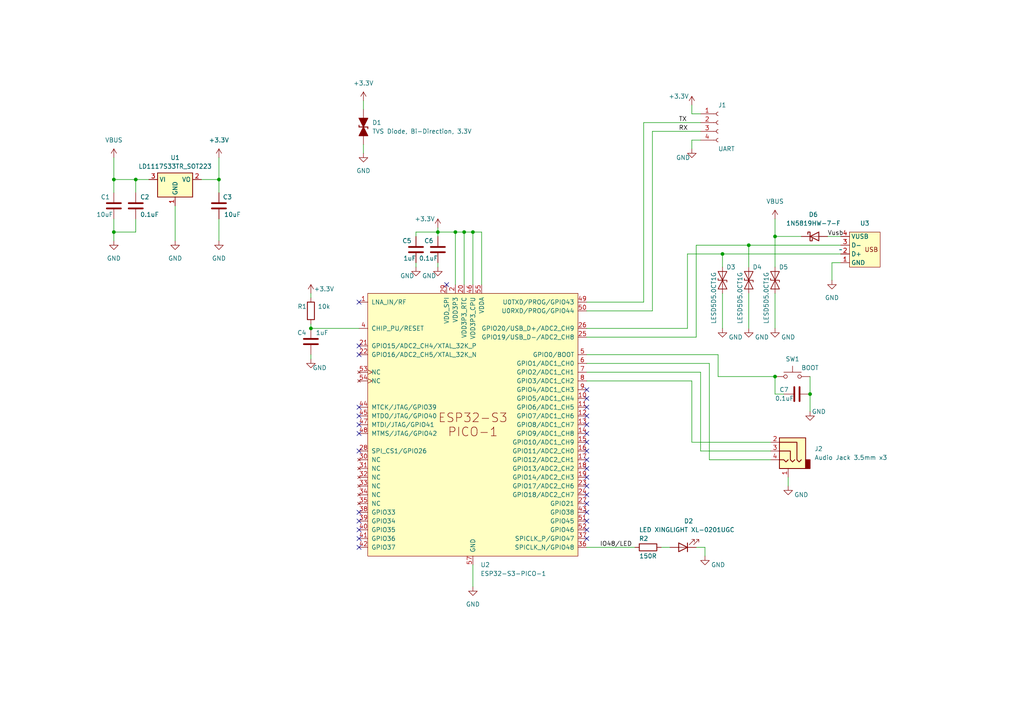
<source format=kicad_sch>
(kicad_sch (version 20230121) (generator eeschema)
  (paper "A4")
  (title_block (title "Moozy Dongle") (date "2023-10-10") (rev "1.0") (company "Author : Laurent Claude - www.Moozy.click") (comment 1 "License : Open Source Hardware - CC BY-SA 4.0"))
  (lib_symbols
    (symbol "1_Laurent_Librairie:PCB_USC-connector"
      (property "Reference" "U3" (at 6.985 -7.62 0))
      (property "Value" "~" (at 0 0 0))
      (symbol "PCB_USC-connector_1_1"
        (rectangle (start 2.54 5.08) (end 11.43 -5.08) (fill (type background)))
        (rectangle (start 8.89 0) (end 8.89 0))
        (text "USB" (at 8.89 0 0) (effects (font (size 1.27 1.27))))
        (pin power_out line (at 0 3.81 0) (length 2.54) (name "GND") (number "1"))
        (pin bidirectional line (at 0 1.27 0) (length 2.54) (name "D+") (number "2"))
        (pin bidirectional line (at 0 -1.27 0) (length 2.54) (name "D-") (number "3"))
        (pin power_out line (at 0 -3.81 0) (length 2.54) (name "VUSB") (number "4"))
      )
    )
    (symbol "1_Moozy:AudioJack3_Ground"
      (property "Reference" "J" (at 0 8.89 0))
      (property "Value" "AudioJack3_Ground" (at 0 6.35 0))
      (symbol "AudioJack3_Ground_0_1"
        (rectangle (start -5.08 -2.54) (end -6.35 -5.08) (stroke (width 0.254)) (fill (type outline)))
        (polyline (pts (xy 0 -2.54) (xy 0.635 -3.175) (xy 1.27 -2.54) (xy 2.54 -2.54)) (stroke (width 0.254)))
        (polyline (pts (xy -1.905 -2.54) (xy -1.27 -3.175) (xy -0.635 -2.54) (xy -0.635 0) (xy 2.54 0)) (stroke (width 0.254)))
        (polyline (pts (xy 2.54 2.54) (xy -2.54 2.54) (xy -2.54 -2.54) (xy -3.175 -3.175) (xy -3.81 -2.54)) (stroke (width 0.254)))
        (rectangle (start 2.54 3.81) (end -5.08 -5.08) (stroke (width 0.254)) (fill (type background)))
      )
      (symbol "AudioJack3_Ground_1_1"
        (pin passive line (at 0 -7.62 90) (length 2.54) (name "~") (number "1"))
        (pin passive line (at 5.08 2.54 180) (length 2.54) (name "~") (number "2"))
        (pin passive line (at 5.08 0 180) (length 2.54) (name "~") (number "3"))
        (pin passive line (at 5.08 -2.54 180) (length 2.54) (name "~") (number "4"))
      )
    )
    (symbol "Connector:Conn_01x04_Socket" (pin_names (offset 1.016) hide)
      (property "Reference" "J" (at 0 5.08 0))
      (property "Value" "Conn_01x04_Socket" (at 0 -7.62 0))
      (symbol "Conn_01x04_Socket_1_1"
        (arc (start 0 -4.572) (mid -0.5058 -5.08) (end 0 -5.588) (stroke (width 0.1524)))
        (arc (start 0 -2.032) (mid -0.5058 -2.54) (end 0 -3.048) (stroke (width 0.1524)))
        (polyline (pts (xy -1.27 -5.08) (xy -0.508 -5.08)) (stroke (width 0.1524)))
        (polyline (pts (xy -1.27 -2.54) (xy -0.508 -2.54)) (stroke (width 0.1524)))
        (polyline (pts (xy -1.27 0) (xy -0.508 0)) (stroke (width 0.1524)))
        (polyline (pts (xy -1.27 2.54) (xy -0.508 2.54)) (stroke (width 0.1524)))
        (arc (start 0 0.508) (mid -0.5058 0) (end 0 -0.508) (stroke (width 0.1524)))
        (arc (start 0 3.048) (mid -0.5058 2.54) (end 0 2.032) (stroke (width 0.1524)))
        (pin passive line (at -5.08 2.54 0) (length 3.81) (name "Pin_1") (number "1"))
        (pin passive line (at -5.08 0 0) (length 3.81) (name "Pin_2") (number "2"))
        (pin passive line (at -5.08 -2.54 0) (length 3.81) (name "Pin_3") (number "3"))
        (pin passive line (at -5.08 -5.08 0) (length 3.81) (name "Pin_4") (number "4"))
      )
    )
    (symbol "Device:C" (pin_numbers hide) (pin_names (offset 0.254))
      (property "Reference" "C" (at 0.635 2.54 0))
      (property "Value" "C" (at 0.635 -2.54 0))
      (symbol "C_0_1"
        (polyline (pts (xy -2.032 -0.762) (xy 2.032 -0.762)) (stroke (width 0.508)))
        (polyline (pts (xy -2.032 0.762) (xy 2.032 0.762)) (stroke (width 0.508)))
      )
      (symbol "C_1_1"
        (pin passive line (at 0 3.81 270) (length 2.794) (name "~") (number "1"))
        (pin passive line (at 0 -3.81 90) (length 2.794) (name "~") (number "2"))
      )
    )
    (symbol "Device:LED" (pin_numbers hide) (pin_names (offset 1.016) hide)
      (property "Reference" "D" (at 0 2.54 0))
      (property "Value" "LED" (at 0 -2.54 0))
      (symbol "LED_0_1"
        (polyline (pts (xy -1.27 -1.27) (xy -1.27 1.27)) (stroke (width 0.254)))
        (polyline (pts (xy -1.27 0) (xy 1.27 0)))
        (polyline (pts (xy 1.27 -1.27) (xy 1.27 1.27) (xy -1.27 0) (xy 1.27 -1.27)) (stroke (width 0.254)))
        (polyline (pts (xy -3.048 -0.762) (xy -4.572 -2.286) (xy -3.81 -2.286) (xy -4.572 -2.286) (xy -4.572 -1.524)))
        (polyline (pts (xy -1.778 -0.762) (xy -3.302 -2.286) (xy -2.54 -2.286) (xy -3.302 -2.286) (xy -3.302 -1.524)))
      )
      (symbol "LED_1_1"
        (pin passive line (at -3.81 0 0) (length 2.54) (name "K") (number "1"))
        (pin passive line (at 3.81 0 180) (length 2.54) (name "A") (number "2"))
      )
    )
    (symbol "Device:R" (pin_numbers hide) (pin_names (offset 0))
      (property "Reference" "R" (at 2.032 0 90))
      (property "Value" "R" (at 0 0 90))
      (symbol "R_0_1"
        (rectangle (start -1.016 -2.54) (end 1.016 2.54) (stroke (width 0.254)))
      )
      (symbol "R_1_1"
        (pin passive line (at 0 3.81 270) (length 1.27) (name "~") (number "1"))
        (pin passive line (at 0 -3.81 90) (length 1.27) (name "~") (number "2"))
      )
    )
    (symbol "Diode:1N5819" (pin_numbers hide) (pin_names (offset 1.016) hide)
      (property "Reference" "D" (at 0 2.54 0))
      (property "Value" "1N5819" (at 0 -2.54 0))
      (symbol "1N5819_0_1"
        (polyline (pts (xy 1.27 0) (xy -1.27 0)))
        (polyline (pts (xy 1.27 1.27) (xy 1.27 -1.27) (xy -1.27 0) (xy 1.27 1.27)) (stroke (width 0.254)))
        (polyline (pts (xy -1.905 0.635) (xy -1.905 1.27) (xy -1.27 1.27) (xy -1.27 -1.27) (xy -0.635 -1.27) (xy -0.635 -0.635)) (stroke (width 0.254)))
      )
      (symbol "1N5819_1_1"
        (pin passive line (at -3.81 0 0) (length 2.54) (name "K") (number "1"))
        (pin passive line (at 3.81 0 180) (length 2.54) (name "A") (number "2"))
      )
    )
    (symbol "Diode:ESD9B5.0ST5G" (pin_numbers hide) (pin_names (offset 1.016) hide)
      (property "Reference" "D" (at 0 2.54 0))
      (property "Value" "ESD9B5.0ST5G" (at 0 -2.54 0))
      (symbol "ESD9B5.0ST5G_0_1"
        (polyline (pts (xy 1.27 0) (xy -1.27 0)))
        (polyline (pts (xy -2.54 -1.27) (xy 0 0) (xy -2.54 1.27) (xy -2.54 -1.27)) (stroke (width 0.2032)))
        (polyline (pts (xy 0.508 1.27) (xy 0 1.27) (xy 0 -1.27) (xy -0.508 -1.27)) (stroke (width 0.2032)))
        (polyline (pts (xy 2.54 1.27) (xy 2.54 -1.27) (xy 0 0) (xy 2.54 1.27)) (stroke (width 0.2032)))
      )
      (symbol "ESD9B5.0ST5G_1_1"
        (pin passive line (at -3.81 0 0) (length 2.54) (name "A1") (number "1"))
        (pin passive line (at 3.81 0 180) (length 2.54) (name "A2") (number "2"))
      )
    )
    (symbol "PCM_Diode_TVS_AKL:D_TVS_Bidirectional_Generic" (pin_numbers hide) (pin_names (offset 1.016) hide)
      (property "Reference" "D" (at 0 5.08 0))
      (property "Value" "D_TVS_Bidirectional_Generic" (at 0 2.54 0))
      (symbol "D_TVS_Bidirectional_Generic_0_1"
        (polyline (pts (xy 0 -1.27) (xy -0.508 -1.27)) (stroke (width 0.254)))
        (polyline (pts (xy 0 1.27) (xy 0 -1.27)) (stroke (width 0.254)))
        (polyline (pts (xy 0 1.27) (xy 0.508 1.27)) (stroke (width 0.254)))
        (polyline (pts (xy 1.27 0) (xy -1.27 0)))
        (polyline (pts (xy 0 0) (xy -2.54 1.27) (xy -2.54 -1.27) (xy 0 0)) (stroke (width 0.254)) (fill (type outline)))
        (polyline (pts (xy 2.54 1.27) (xy 2.54 -1.27) (xy 0 0) (xy 2.54 1.27)) (stroke (width 0.254)) (fill (type outline)))
      )
      (symbol "D_TVS_Bidirectional_Generic_1_1"
        (pin passive line (at -5.08 0 0) (length 2.54) (name "K") (number "1"))
        (pin passive line (at 5.08 0 180) (length 2.54) (name "A") (number "2"))
      )
    )
    (symbol "PCM_Espressif:ESP32-S3-PICO-1" (pin_names (offset 1.016))
      (property "Reference" "U" (at -30.48 43.18 0))
      (property "Value" "ESP32-S3-PICO-1" (at -30.48 40.64 0))
      (symbol "ESP32-S3-PICO-1_0_0"
        (pin bidirectional line (at 33.02 -35.56 180) (length 2.54) (name "SPICLK_N/GPIO48") (number "36"))
        (pin bidirectional line (at 33.02 -33.02 180) (length 2.54) (name "SPICLK_P/GPIO47") (number "37"))
      )
      (symbol "ESP32-S3-PICO-1_0_1"
        (rectangle (start -30.48 38.1) (end 30.48 -38.1) (fill (type background)))
      )
      (symbol "ESP32-S3-PICO-1_1_0"
        (text "ESP32-S3\nPICO-1" (at 0 0 0) (effects (font (size 2.54 2.54))))
      )
      (symbol "ESP32-S3-PICO-1_1_1"
        (pin bidirectional line (at -33.02 35.56 0) (length 2.54) (name "LNA_IN/RF") (number "1"))
        (pin bidirectional line (at 33.02 7.62 180) (length 2.54) (name "GPIO5/ADC1_CH4") (number "10"))
        (pin bidirectional line (at 33.02 5.08 180) (length 2.54) (name "GPIO6/ADC1_CH5") (number "11"))
        (pin bidirectional line (at 33.02 2.54 180) (length 2.54) (name "GPIO7/ADC1_CH6") (number "12"))
        (pin bidirectional line (at 33.02 0 180) (length 2.54) (name "GPIO8/ADC1_CH7") (number "13"))
        (pin bidirectional line (at 33.02 -2.54 180) (length 2.54) (name "GPIO9/ADC1_CH8") (number "14"))
        (pin bidirectional line (at 33.02 -5.08 180) (length 2.54) (name "GPIO10/ADC1_CH9") (number "15"))
        (pin bidirectional line (at 33.02 -7.62 180) (length 2.54) (name "GPIO11/ADC2_CH0") (number "16"))
        (pin bidirectional line (at 33.02 -10.16 180) (length 2.54) (name "GPIO12/ADC2_CH1") (number "17"))
        (pin bidirectional line (at 33.02 -12.7 180) (length 2.54) (name "GPIO13/ADC2_CH2") (number "18"))
        (pin bidirectional line (at 33.02 -15.24 180) (length 2.54) (name "GPIO14/ADC2_CH3") (number "19"))
        (pin power_in line (at -5.08 40.64 270) (length 2.54) (name "VDD3P3") (number "2"))
        (pin power_in line (at -2.54 40.64 270) (length 2.54) (name "VDD3P3_RTC") (number "20"))
        (pin bidirectional line (at -33.02 22.86 0) (length 2.54) (name "GPIO15/ADC2_CH4/XTAL_32K_P") (number "21"))
        (pin bidirectional line (at -33.02 20.32 0) (length 2.54) (name "GPIO16/ADC2_CH5/XTAL_32K_N") (number "22"))
        (pin bidirectional line (at 33.02 -17.78 180) (length 2.54) (name "GPIO17/ADC2_CH6") (number "23"))
        (pin bidirectional line (at 33.02 -20.32 180) (length 2.54) (name "GPIO18/ADC2_CH7") (number "24"))
        (pin bidirectional line (at 33.02 25.4 180) (length 2.54) (name "GPIO19/USB_D-/ADC2_CH8") (number "25"))
        (pin bidirectional line (at 33.02 27.94 180) (length 2.54) (name "GPIO20/USB_D+/ADC2_CH9") (number "26"))
        (pin bidirectional line (at 33.02 -22.86 180) (length 2.54) (name "GPIO21") (number "27"))
        (pin bidirectional line (at -33.02 -7.62 0) (length 2.54) (name "SPI_CS1/GPIO26") (number "28"))
        (pin power_out line (at -7.62 40.64 270) (length 2.54) (name "VDD_SPI") (number "29"))
        (pin power_in line (at -5.08 40.64 270) (length 2.54) hide (name "VDD3P3") (number "3"))
        (pin no_connect line (at -33.02 -10.16 0) (length 2.54) (name "NC") (number "30"))
        (pin no_connect line (at -33.02 -12.7 0) (length 2.54) (name "NC") (number "31"))
        (pin no_connect line (at -33.02 -15.24 0) (length 2.54) (name "NC") (number "32"))
        (pin no_connect line (at -33.02 -17.78 0) (length 2.54) (name "NC") (number "33"))
        (pin no_connect line (at -33.02 -20.32 0) (length 2.54) (name "NC") (number "34"))
        (pin no_connect line (at -33.02 -22.86 0) (length 2.54) (name "NC") (number "35"))
        (pin bidirectional line (at -33.02 -25.4 0) (length 2.54) (name "GPIO33") (number "38"))
        (pin bidirectional line (at -33.02 -27.94 0) (length 2.54) (name "GPIO34") (number "39"))
        (pin input line (at -33.02 27.94 0) (length 2.54) (name "CHIP_PU/RESET") (number "4"))
        (pin bidirectional line (at -33.02 -30.48 0) (length 2.54) (name "GPIO35") (number "40"))
        (pin bidirectional line (at -33.02 -33.02 0) (length 2.54) (name "GPIO36") (number "41"))
        (pin bidirectional line (at -33.02 -35.56 0) (length 2.54) (name "GPIO37") (number "42"))
        (pin bidirectional line (at 33.02 -25.4 180) (length 2.54) (name "GPIO38") (number "43"))
        (pin bidirectional line (at -33.02 5.08 0) (length 2.54) (name "MTCK/JTAG/GPIO39") (number "44"))
        (pin bidirectional line (at -33.02 2.54 0) (length 2.54) (name "MTDO/JTAG/GPIO40") (number "45"))
        (pin power_in line (at 0 40.64 270) (length 2.54) (name "VDD3P3_CPU") (number "46"))
        (pin bidirectional line (at -33.02 0 0) (length 2.54) (name "MTDI/JTAG/GPIO41") (number "47"))
        (pin bidirectional line (at -33.02 -2.54 0) (length 2.54) (name "MTMS/JTAG/GPIO42") (number "48"))
        (pin bidirectional line (at 33.02 35.56 180) (length 2.54) (name "U0TXD/PROG/GPIO43") (number "49"))
        (pin bidirectional line (at 33.02 20.32 180) (length 2.54) (name "GPIO0/BOOT") (number "5"))
        (pin bidirectional line (at 33.02 33.02 180) (length 2.54) (name "U0RXD/PROG/GPIO44") (number "50"))
        (pin bidirectional line (at 33.02 -27.94 180) (length 2.54) (name "GPIO45") (number "51"))
        (pin bidirectional line (at 33.02 -30.48 180) (length 2.54) (name "GPIO46") (number "52"))
        (pin no_connect clock (at -33.02 15.24 0) (length 2.54) (name "NC") (number "53"))
        (pin no_connect clock (at -33.02 12.7 0) (length 2.54) (name "NC") (number "54"))
        (pin power_in line (at 2.54 40.64 270) (length 2.54) (name "VDDA") (number "55"))
        (pin passive line (at 2.54 40.64 270) (length 2.54) hide (name "VDDA") (number "56"))
        (pin power_in line (at 0 -40.64 90) (length 2.54) (name "GND") (number "57"))
        (pin bidirectional line (at 33.02 17.78 180) (length 2.54) (name "GPIO1/ADC1_CH0") (number "6"))
        (pin bidirectional line (at 33.02 15.24 180) (length 2.54) (name "GPIO2/ADC1_CH1") (number "7"))
        (pin bidirectional line (at 33.02 12.7 180) (length 2.54) (name "GPIO3/ADC1_CH2") (number "8"))
        (pin bidirectional line (at 33.02 10.16 180) (length 2.54) (name "GPIO4/ADC1_CH3") (number "9"))
      )
    )
    (symbol "Regulator_Linear:LD1117S33TR_SOT223"
      (property "Reference" "U" (at -3.81 3.175 0))
      (property "Value" "LD1117S33TR_SOT223" (at 0 3.175 0))
      (symbol "LD1117S33TR_SOT223_0_1"
        (rectangle (start -5.08 -5.08) (end 5.08 1.905) (stroke (width 0.254)) (fill (type background)))
      )
      (symbol "LD1117S33TR_SOT223_1_1"
        (pin power_in line (at 0 -7.62 90) (length 2.54) (name "GND") (number "1"))
        (pin power_out line (at 7.62 0 180) (length 2.54) (name "VO") (number "2"))
        (pin power_in line (at -7.62 0 0) (length 2.54) (name "VI") (number "3"))
      )
    )
    (symbol "Switch:SW_Push" (pin_numbers hide) (pin_names (offset 1.016) hide)
      (property "Reference" "SW" (at 1.27 2.54 0))
      (property "Value" "SW_Push" (at 0 -1.524 0))
      (symbol "SW_Push_0_1"
        (circle (center -2.032 0) (radius 0.508))
        (polyline (pts (xy 0 1.27) (xy 0 3.048)))
        (polyline (pts (xy 2.54 1.27) (xy -2.54 1.27)))
        (circle (center 2.032 0) (radius 0.508))
        (pin passive line (at -5.08 0 0) (length 2.54) (name "1") (number "1"))
        (pin passive line (at 5.08 0 180) (length 2.54) (name "2") (number "2"))
      )
    )
    (symbol "power:+3.3V" (power) (pin_names (offset 0))
      (property "Value" "+3.3V" (at 0 3.556 0))
      (symbol "+3.3V_0_1"
        (polyline (pts (xy -0.762 1.27) (xy 0 2.54)))
        (polyline (pts (xy 0 0) (xy 0 2.54)))
        (polyline (pts (xy 0 2.54) (xy 0.762 1.27)))
      )
      (symbol "+3.3V_1_1"
        (pin power_in line (at 0 0 90) (length 0) hide (name "+3.3V") (number "1"))
      )
    )
    (symbol "power:GND" (power) (pin_names (offset 0))
      (property "Value" "GND" (at 0 -3.81 0))
      (symbol "GND_0_1"
        (polyline (pts (xy 0 0) (xy 0 -1.27) (xy 1.27 -1.27) (xy 0 -2.54) (xy -1.27 -1.27) (xy 0 -1.27)))
      )
      (symbol "GND_1_1"
        (pin power_in line (at 0 0 270) (length 0) hide (name "GND") (number "1"))
      )
    )
    (symbol "power:VBUS" (power) (pin_names (offset 0))
      (property "Value" "VBUS" (at 0 3.81 0))
      (symbol "VBUS_0_1"
        (polyline (pts (xy -0.762 1.27) (xy 0 2.54)))
        (polyline (pts (xy 0 0) (xy 0 2.54)))
        (polyline (pts (xy 0 2.54) (xy 0.762 1.27)))
      )
      (symbol "VBUS_1_1"
        (pin power_in line (at 0 0 90) (length 0) hide (name "VBUS") (number "1"))
      )
    )
  )
  (junction (at 132.08 67.31))
  (junction (at 224.79 109.22))
  (junction (at 33.02 52.07))
  (junction (at 90.17 95.25))
  (junction (at 63.5 52.07))
  (junction (at 234.95 114.3))
  (junction (at 209.55 73.66))
  (junction (at 217.17 71.12))
  (junction (at 134.62 67.31))
  (junction (at 39.37 52.07))
  (junction (at 137.16 67.31))
  (junction (at 224.79 68.58))
  (junction (at 127 67.31))
  (junction (at 33.02 67.31))
  (no_connect (at 170.18 128.27))
  (no_connect (at 104.14 151.13))
  (no_connect (at 129.54 82.55))
  (no_connect (at 104.14 156.21))
  (no_connect (at 170.18 125.73))
  (no_connect (at 170.18 153.67))
  (no_connect (at 104.14 123.19))
  (no_connect (at 170.18 143.51))
  (no_connect (at 170.18 120.65))
  (no_connect (at 104.14 130.81))
  (no_connect (at 170.18 140.97))
  (no_connect (at 104.14 102.87))
  (no_connect (at 170.18 133.35))
  (no_connect (at 170.18 135.89))
  (no_connect (at 104.14 120.65))
  (no_connect (at 170.18 138.43))
  (no_connect (at 104.14 153.67))
  (no_connect (at 170.18 113.03))
  (no_connect (at 170.18 130.81))
  (no_connect (at 170.18 151.13))
  (no_connect (at 170.18 146.05))
  (no_connect (at 170.18 148.59))
  (no_connect (at 170.18 123.19))
  (no_connect (at 170.18 118.11))
  (no_connect (at 104.14 158.75))
  (no_connect (at 104.14 148.59))
  (no_connect (at 170.18 156.21))
  (no_connect (at 104.14 125.73))
  (no_connect (at 170.18 115.57))
  (no_connect (at 104.14 87.63))
  (no_connect (at 104.14 118.11))
  (no_connect (at 104.14 100.33))
  (wire (pts (xy 205.74 105.41) (xy 170.18 105.41)))
  (wire (pts (xy 234.95 114.3) (xy 234.95 119.38)))
  (wire (pts (xy 90.17 93.98) (xy 90.17 95.25)))
  (wire (pts (xy 127 67.31) (xy 127 66.04)))
  (wire (pts (xy 200.66 128.27) (xy 223.52 128.27)))
  (wire (pts (xy 127 67.31) (xy 127 68.58)))
  (wire (pts (xy 203.2 107.95) (xy 203.2 130.81)))
  (wire (pts (xy 134.62 67.31) (xy 134.62 82.55)))
  (wire (pts (xy 228.6 138.43) (xy 228.6 140.97)))
  (wire (pts (xy 189.23 38.1) (xy 203.2 38.1)))
  (wire (pts (xy 33.02 45.72) (xy 33.02 52.07)))
  (wire (pts (xy 199.39 73.66) (xy 199.39 95.25)))
  (wire (pts (xy 217.17 85.09) (xy 217.17 95.25)))
  (wire (pts (xy 224.79 68.58) (xy 232.41 68.58)))
  (wire (pts (xy 240.03 68.58) (xy 243.84 68.58)))
  (wire (pts (xy 170.18 158.75) (xy 184.15 158.75)))
  (wire (pts (xy 170.18 90.17) (xy 189.23 90.17)))
  (wire (pts (xy 189.23 90.17) (xy 189.23 38.1)))
  (wire (pts (xy 33.02 52.07) (xy 33.02 55.88)))
  (wire (pts (xy 120.65 67.31) (xy 120.65 68.58)))
  (wire (pts (xy 243.84 76.2) (xy 241.3 76.2)))
  (wire (pts (xy 50.8 59.69) (xy 50.8 69.85)))
  (wire (pts (xy 186.69 35.56) (xy 203.2 35.56)))
  (wire (pts (xy 200.66 33.02) (xy 203.2 33.02)))
  (wire (pts (xy 241.3 76.2) (xy 241.3 81.28)))
  (wire (pts (xy 132.08 67.31) (xy 132.08 82.55)))
  (wire (pts (xy 58.42 52.07) (xy 63.5 52.07)))
  (wire (pts (xy 208.28 102.87) (xy 208.28 109.22)))
  (wire (pts (xy 39.37 52.07) (xy 43.18 52.07)))
  (wire (pts (xy 137.16 67.31) (xy 139.7 67.31)))
  (wire (pts (xy 217.17 71.12) (xy 243.84 71.12)))
  (wire (pts (xy 217.17 71.12) (xy 217.17 77.47)))
  (wire (pts (xy 204.47 161.29) (xy 204.47 158.75)))
  (wire (pts (xy 90.17 95.25) (xy 104.14 95.25)))
  (wire (pts (xy 39.37 55.88) (xy 39.37 52.07)))
  (wire (pts (xy 63.5 45.72) (xy 63.5 52.07)))
  (wire (pts (xy 224.79 68.58) (xy 224.79 77.47)))
  (wire (pts (xy 227.33 114.3) (xy 224.79 114.3)))
  (wire (pts (xy 209.55 73.66) (xy 209.55 77.47)))
  (wire (pts (xy 137.16 163.83) (xy 137.16 170.18)))
  (wire (pts (xy 170.18 97.79) (xy 201.93 97.79)))
  (wire (pts (xy 186.69 87.63) (xy 186.69 35.56)))
  (wire (pts (xy 209.55 73.66) (xy 243.84 73.66)))
  (wire (pts (xy 33.02 67.31) (xy 33.02 69.85)))
  (wire (pts (xy 170.18 87.63) (xy 186.69 87.63)))
  (wire (pts (xy 63.5 63.5) (xy 63.5 69.85)))
  (wire (pts (xy 200.66 40.64) (xy 200.66 43.18)))
  (wire (pts (xy 120.65 67.31) (xy 127 67.31)))
  (wire (pts (xy 105.41 41.91) (xy 105.41 44.45)))
  (wire (pts (xy 224.79 85.09) (xy 224.79 95.25)))
  (wire (pts (xy 134.62 67.31) (xy 137.16 67.31)))
  (wire (pts (xy 39.37 63.5) (xy 39.37 67.31)))
  (wire (pts (xy 201.93 71.12) (xy 201.93 97.79)))
  (wire (pts (xy 209.55 85.09) (xy 209.55 95.25)))
  (wire (pts (xy 90.17 85.09) (xy 90.17 86.36)))
  (wire (pts (xy 201.93 71.12) (xy 217.17 71.12)))
  (wire (pts (xy 170.18 110.49) (xy 200.66 110.49)))
  (wire (pts (xy 137.16 67.31) (xy 137.16 82.55)))
  (wire (pts (xy 234.95 109.22) (xy 234.95 114.3)))
  (wire (pts (xy 224.79 63.5) (xy 224.79 68.58)))
  (wire (pts (xy 139.7 67.31) (xy 139.7 82.55)))
  (wire (pts (xy 205.74 133.35) (xy 223.52 133.35)))
  (wire (pts (xy 120.65 76.2) (xy 120.65 77.47)))
  (wire (pts (xy 127 76.2) (xy 127 77.47)))
  (wire (pts (xy 170.18 95.25) (xy 199.39 95.25)))
  (wire (pts (xy 205.74 105.41) (xy 205.74 133.35)))
  (wire (pts (xy 105.41 29.21) (xy 105.41 31.75)))
  (wire (pts (xy 200.66 30.48) (xy 200.66 33.02)))
  (wire (pts (xy 63.5 52.07) (xy 63.5 55.88)))
  (wire (pts (xy 224.79 109.22) (xy 224.79 114.3)))
  (wire (pts (xy 204.47 158.75) (xy 201.93 158.75)))
  (wire (pts (xy 127 67.31) (xy 132.08 67.31)))
  (wire (pts (xy 170.18 107.95) (xy 203.2 107.95)))
  (wire (pts (xy 200.66 110.49) (xy 200.66 128.27)))
  (wire (pts (xy 199.39 73.66) (xy 209.55 73.66)))
  (wire (pts (xy 170.18 102.87) (xy 208.28 102.87)))
  (wire (pts (xy 132.08 67.31) (xy 134.62 67.31)))
  (wire (pts (xy 39.37 52.07) (xy 33.02 52.07)))
  (wire (pts (xy 33.02 63.5) (xy 33.02 67.31)))
  (wire (pts (xy 203.2 130.81) (xy 223.52 130.81)))
  (wire (pts (xy 191.77 158.75) (xy 194.31 158.75)))
  (wire (pts (xy 90.17 104.14) (xy 90.17 102.87)))
  (wire (pts (xy 203.2 40.64) (xy 200.66 40.64)))
  (wire (pts (xy 208.28 109.22) (xy 224.79 109.22)))
  (wire (pts (xy 39.37 67.31) (xy 33.02 67.31)))
  (label "IO48{slash}LED" (at 173.99 158.75 0))
  (label "Vusb" (at 240.03 68.58 0))
  (label "RX" (at 196.85 38.1 0))
  (label "TX" (at 196.85 35.56 0))
  (symbol (lib_id "power:GND") (at 217.17 95.25 0) (unit 1)
    (property "Reference" "#PWR018" (effects hide))
    (property "Value" "GND" (at 220.98 97.79 0))
  )
  (symbol (lib_id "power:GND") (at 33.02 69.85 0) (unit 1)
    (property "Reference" "#PWR02" (effects hide))
    (property "Value" "GND" (at 33.02 74.93 0))
  )
  (symbol (lib_id "Device:C") (at 90.17 99.06 180) (unit 1)
    (property "Reference" "C4" (at 88.9 96.52 0) (effects (justify left)))
    (property "Value" "1uF" (at 95.25 96.52 0) (effects (justify left)))
    (property "Footprint" "Capacitor_SMD:C_0805_2012Metric_Pad1.18x1.45mm_HandSolder" (effects hide))
  )
  (symbol (lib_id "Diode:ESD9B5.0ST5G") (at 217.17 81.28 270) (unit 1)
    (property "Reference" "D4" (at 220.98 77.47 90) (effects (justify right)))
    (property "Value" "LESD5D5.0CT1G" (at 214.63 93.98 0) (effects (justify right)))
    (property "Footprint" "Diode_SMD:D_SOD-523" (effects hide))
    (property "Datasheet" "https://www.onsemi.com/pub/Collateral/ESD9B-D.PDF" (effects hide))
  )
  (symbol (lib_id "power:+3.3V") (at 63.5 45.72 0) (unit 1)
    (property "Reference" "#PWR04" (effects hide))
    (property "Value" "+3.3V" (at 63.5 40.64 0))
  )
  (symbol (lib_id "PCM_Diode_TVS_AKL:D_TVS_Bidirectional_Generic") (at 105.41 36.83 90) (unit 1)
    (property "Reference" "D1" (at 107.95 35.56 90) (effects (justify right)))
    (property "Value" "TVS Diode, Bi-Direction, 3.3V" (at 107.95 38.1 90) (effects (justify right)))
    (property "Footprint" "Diode_SMD:D_SOD-323_HandSoldering" (effects hide))
  )
  (symbol (lib_id "power:+3.3V") (at 105.41 29.21 0) (unit 1)
    (property "Reference" "#PWR08" (effects hide))
    (property "Value" "+3.3V" (at 105.41 24.13 0))
  )
  (symbol (lib_id "power:GND") (at 209.55 95.25 0) (unit 1)
    (property "Reference" "#PWR017" (effects hide))
    (property "Value" "GND" (at 213.36 97.79 0))
  )
  (symbol (lib_id "Device:C") (at 120.65 72.39 180) (unit 1)
    (property "Reference" "C5" (at 119.38 69.85 0) (effects (justify left)))
    (property "Value" "1uF" (at 120.65 74.93 0) (effects (justify left)))
    (property "Footprint" "Capacitor_SMD:C_0402_1005Metric_Pad0.74x0.62mm_HandSolder" (effects hide))
  )
  (symbol (lib_id "power:GND") (at 137.16 170.18 0) (unit 1)
    (property "Reference" "#PWR013" (effects hide))
    (property "Value" "GND" (at 137.16 175.26 0))
  )
  (symbol (lib_id "power:VBUS") (at 33.02 45.72 0) (unit 1)
    (property "Reference" "#PWR01" (effects hide))
    (property "Value" "VBUS" (at 33.02 40.64 0))
  )
  (symbol (lib_id "power:GND") (at 127 77.47 0) (unit 1)
    (property "Reference" "#PWR012" (effects hide))
    (property "Value" "GND" (at 124.46 80.01 0))
  )
  (symbol (lib_id "Device:C") (at 39.37 59.69 0) (unit 1)
    (property "Reference" "C2" (at 40.64 57.15 0) (effects (justify left)))
    (property "Value" "0.1uF" (at 40.64 62.23 0) (effects (justify left)))
    (property "Footprint" "Capacitor_SMD:C_0805_2012Metric_Pad1.18x1.45mm_HandSolder" (effects hide))
  )
  (symbol (lib_id "power:GND") (at 241.3 81.28 0) (mirror y) (unit 1)
    (property "Reference" "#PWR022" (effects hide))
    (property "Value" "GND" (at 241.3 86.36 0))
  )
  (symbol (lib_id "1_Laurent_Librairie:PCB_USC-connector") (at 243.84 72.39 0) (mirror x) (unit 1)
    (property "Reference" "U3" (at 250.825 64.77 0))
    (property "Value" "~" (at 243.84 72.39 0))
    (property "Footprint" "1_Laurent_Librairie:PCB_USB_Connector" (effects hide))
  )
  (symbol (lib_id "power:+3.3V") (at 200.66 30.48 0) (unit 1)
    (property "Reference" "#PWR014" (effects hide))
    (property "Value" "+3.3V" (at 196.85 27.94 0))
  )
  (symbol (lib_id "Device:C") (at 127 72.39 180) (unit 1)
    (property "Reference" "C6" (at 125.73 69.85 0) (effects (justify left)))
    (property "Value" "0.1uF" (at 127 74.93 0) (effects (justify left)))
    (property "Footprint" "Capacitor_SMD:C_0402_1005Metric_Pad0.74x0.62mm_HandSolder" (effects hide))
  )
  (symbol (lib_id "power:GND") (at 224.79 95.25 0) (unit 1)
    (property "Reference" "#PWR020" (effects hide))
    (property "Value" "GND" (at 228.6 97.79 0))
  )
  (symbol (lib_id "Switch:SW_Push") (at 229.87 109.22 0) (unit 1)
    (property "Reference" "SW1" (at 229.87 104.14 0))
    (property "Value" "BOOT" (at 234.95 106.68 0))
    (property "Footprint" "Button_Switch_SMD:SW_SPST_B3U-1000P" (effects hide))
    (property "JLCPCB Part" "C231329" (effects hide))
  )
  (symbol (lib_id "Diode:1N5819") (at 236.22 68.58 0) (unit 1)
    (property "Reference" "D6" (at 235.9025 62.23 0))
    (property "Value" "1N5819HW-7-F" (at 235.9025 64.77 0))
    (property "Footprint" "Diode_SMD:D_SOD-123" (effects hide))
    (property "Datasheet" "http://www.vishay.com/docs/88525/1n5817.pdf" (effects hide))
  )
  (symbol (lib_id "power:GND") (at 105.41 44.45 0) (unit 1)
    (property "Reference" "#PWR09" (effects hide))
    (property "Value" "GND" (at 105.41 49.53 0))
  )
  (symbol (lib_id "Device:C") (at 33.02 59.69 0) (unit 1)
    (property "Reference" "C1" (at 29.21 57.15 0) (effects (justify left)))
    (property "Value" "10uF" (at 27.94 62.23 0) (effects (justify left)))
    (property "Footprint" "Capacitor_SMD:C_0805_2012Metric_Pad1.18x1.45mm_HandSolder" (effects hide))
  )
  (symbol (lib_id "Diode:ESD9B5.0ST5G") (at 209.55 81.28 270) (unit 1)
    (property "Reference" "D3" (at 213.36 77.47 90) (effects (justify right)))
    (property "Value" "LESD5D5.0CT1G" (at 207.01 93.98 0) (effects (justify right)))
    (property "Footprint" "Diode_SMD:D_SOD-523" (effects hide))
    (property "Datasheet" "https://www.onsemi.com/pub/Collateral/ESD9B-D.PDF" (effects hide))
  )
  (symbol (lib_id "power:GND") (at 228.6 140.97 0) (unit 1)
    (property "Reference" "#PWR021" (effects hide))
    (property "Value" "GND" (at 232.41 143.51 0))
  )
  (symbol (lib_id "Diode:ESD9B5.0ST5G") (at 224.79 81.28 270) (unit 1)
    (property "Reference" "D5" (at 228.6 77.47 90) (effects (justify right)))
    (property "Value" "LESD5D5.0CT1G" (at 222.25 93.98 0) (effects (justify right)))
    (property "Footprint" "Diode_SMD:D_SOD-523" (effects hide))
    (property "Datasheet" "https://www.onsemi.com/pub/Collateral/ESD9B-D.PDF" (effects hide))
  )
  (symbol (lib_id "Device:C") (at 231.14 114.3 270) (unit 1)
    (property "Reference" "C7" (at 226.06 113.03 90) (effects (justify left)))
    (property "Value" "0.1uF" (at 224.79 115.57 90) (effects (justify left)))
    (property "Footprint" "Capacitor_SMD:C_0805_2012Metric_Pad1.18x1.45mm_HandSolder" (effects hide))
  )
  (symbol (lib_id "power:VBUS") (at 224.79 63.5 0) (unit 1)
    (property "Reference" "#PWR019" (effects hide))
    (property "Value" "VBUS" (at 224.79 58.42 0))
  )
  (symbol (lib_id "power:+3.3V") (at 127 66.04 0) (unit 1)
    (property "Reference" "#PWR011" (effects hide))
    (property "Value" "+3.3V" (at 123.19 63.5 0))
  )
  (symbol (lib_id "power:+3.3V") (at 90.17 85.09 0) (unit 1)
    (property "Reference" "#PWR06" (effects hide))
    (property "Value" "+3.3V" (at 93.98 83.82 0))
  )
  (symbol (lib_id "Regulator_Linear:LD1117S33TR_SOT223") (at 50.8 52.07 0) (unit 1)
    (property "Reference" "U1" (at 50.8 45.72 0))
    (property "Value" "LD1117S33TR_SOT223" (at 50.8 48.26 0))
    (property "Footprint" "Package_TO_SOT_SMD:SOT-223-3_TabPin2" (effects hide))
    (property "Datasheet" "http://www.st.com/st-web-ui/static/active/en/resource/technical/document/datasheet/CD00000544.pdf" (effects hide))
  )
  (symbol (lib_id "Device:R") (at 90.17 90.17 0) (unit 1)
    (property "Reference" "R1" (at 87.63 88.9 0))
    (property "Value" "10k" (at 93.98 88.9 0))
    (property "Footprint" "Resistor_SMD:R_0805_2012Metric_Pad1.20x1.40mm_HandSolder" (effects hide))
  )
  (symbol (lib_id "Connector:Conn_01x04_Socket") (at 208.28 35.56 0) (unit 1) (in_bom no) (on_board no)
    (property "Reference" "J1" (at 208.28 30.48 0) (effects (justify left)))
    (property "Value" "UART" (at 208.28 43.18 0) (effects (justify left)))
    (property "Footprint" "Connector_PinHeader_1.27mm:PinHeader_1x04_P1.27mm_Vertical" (effects hide))
  )
  (symbol (lib_id "Device:R") (at 187.96 158.75 90) (unit 1)
    (property "Reference" "R2" (at 186.69 156.21 90))
    (property "Value" "150R" (at 187.96 161.29 90))
    (property "Footprint" "Resistor_SMD:R_0805_2012Metric_Pad1.20x1.40mm_HandSolder" (effects hide))
  )
  (symbol (lib_id "PCM_Espressif:ESP32-S3-PICO-1") (at 137.16 123.19 0) (unit 1)
    (property "Reference" "U2" (at 139.3541 163.83 0) (effects (justify left)))
    (property "Value" "ESP32-S3-PICO-1" (at 139.3541 166.37 0) (effects (justify left)))
    (property "Footprint" "Package_DFN_QFN:QFN-56-1EP_7x7mm_P0.4mm_EP4x4mm" (effects hide))
    (property "Datasheet" "https://www.espressif.com/sites/default/files/documentation/esp32-s3_datasheet_en.pdf" (effects hide))
  )
  (symbol (lib_id "power:GND") (at 63.5 69.85 0) (unit 1)
    (property "Reference" "#PWR05" (effects hide))
    (property "Value" "GND" (at 63.5 74.93 0))
  )
  (symbol (lib_id "power:GND") (at 120.65 77.47 0) (unit 1)
    (property "Reference" "#PWR010" (effects hide))
    (property "Value" "GND" (at 118.11 80.01 0))
  )
  (symbol (lib_id "power:GND") (at 204.47 161.29 0) (unit 1)
    (property "Reference" "#PWR016" (effects hide))
    (property "Value" "GND" (at 208.28 163.83 0))
  )
  (symbol (lib_id "Device:C") (at 63.5 59.69 180) (unit 1)
    (property "Reference" "C3" (at 67.31 57.15 0) (effects (justify left)))
    (property "Value" "10uF" (at 69.85 62.23 0) (effects (justify left)))
    (property "Footprint" "Capacitor_SMD:C_0805_2012Metric_Pad1.18x1.45mm_HandSolder" (effects hide))
  )
  (symbol (lib_id "power:GND") (at 200.66 43.18 0) (unit 1)
    (property "Reference" "#PWR015" (effects hide))
    (property "Value" "GND" (at 198.12 45.72 0))
  )
  (symbol (lib_id "power:GND") (at 90.17 104.14 0) (unit 1)
    (property "Reference" "#PWR07" (effects hide))
    (property "Value" "GND" (at 92.71 106.68 0))
  )
  (symbol (lib_id "power:GND") (at 234.95 119.38 0) (unit 1)
    (property "Reference" "#PWR023" (effects hide))
    (property "Value" "GND" (at 237.49 119.38 0))
  )
  (symbol (lib_id "Device:LED") (at 198.12 158.75 180) (unit 1)
    (property "Reference" "D2" (at 199.7075 151.13 0))
    (property "Value" "LED XINGLIGHT XL-0201UGC " (at 199.7075 153.67 0))
    (property "Footprint" "LED_SMD:LED_0201_0603Metric" (effects hide))
  )
  (symbol (lib_id "1_Moozy:AudioJack3_Ground") (at 228.6 130.81 0) (mirror y) (unit 1) (in_bom no) (on_board no)
    (property "Reference" "J2" (at 236.22 130.175 0) (effects (justify right)))
    (property "Value" "Audio Jack 3.5mm x3" (at 236.22 132.715 0) (effects (justify right)))
    (property "Footprint" "1_Librairie_Moozy:Jack_3.5mm_PJ320D_Horizontal" (effects hide))
  )
  (symbol (lib_id "power:GND") (at 50.8 69.85 0) (unit 1)
    (property "Reference" "#PWR03" (effects hide))
    (property "Value" "GND" (at 50.8 74.93 0))
  )
)
</source>
